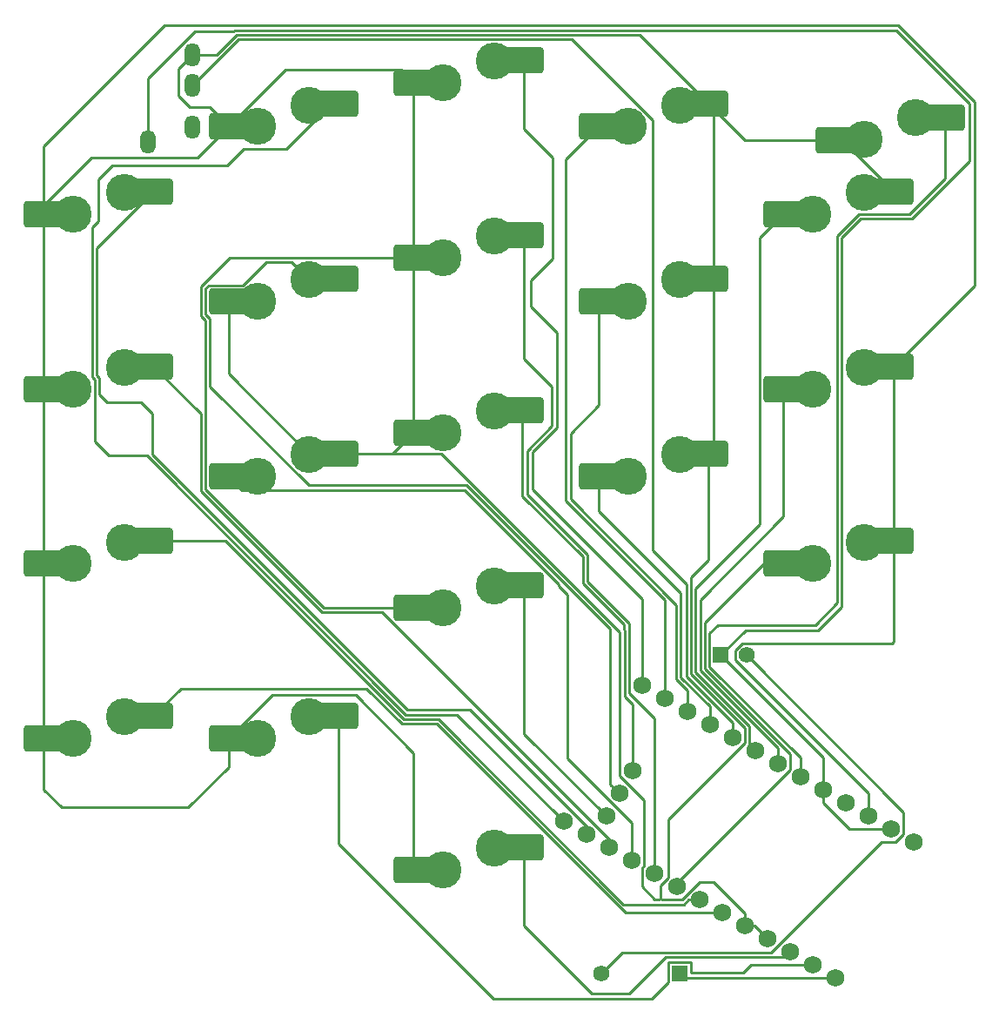
<source format=gbr>
%TF.GenerationSoftware,KiCad,Pcbnew,7.0.9-7.0.9~ubuntu22.04.1*%
%TF.CreationDate,2025-04-09T21:57:23+03:00*%
%TF.ProjectId,Keeb,4b656562-2e6b-4696-9361-645f70636258,rev?*%
%TF.SameCoordinates,Original*%
%TF.FileFunction,Copper,L1,Top*%
%TF.FilePolarity,Positive*%
%FSLAX46Y46*%
G04 Gerber Fmt 4.6, Leading zero omitted, Abs format (unit mm)*
G04 Created by KiCad (PCBNEW 7.0.9-7.0.9~ubuntu22.04.1) date 2025-04-09 21:57:23*
%MOMM*%
%LPD*%
G01*
G04 APERTURE LIST*
G04 Aperture macros list*
%AMRoundRect*
0 Rectangle with rounded corners*
0 $1 Rounding radius*
0 $2 $3 $4 $5 $6 $7 $8 $9 X,Y pos of 4 corners*
0 Add a 4 corners polygon primitive as box body*
4,1,4,$2,$3,$4,$5,$6,$7,$8,$9,$2,$3,0*
0 Add four circle primitives for the rounded corners*
1,1,$1+$1,$2,$3*
1,1,$1+$1,$4,$5*
1,1,$1+$1,$6,$7*
1,1,$1+$1,$8,$9*
0 Add four rect primitives between the rounded corners*
20,1,$1+$1,$2,$3,$4,$5,0*
20,1,$1+$1,$4,$5,$6,$7,0*
20,1,$1+$1,$6,$7,$8,$9,0*
20,1,$1+$1,$8,$9,$2,$3,0*%
G04 Aperture macros list end*
%TA.AperFunction,ComponentPad*%
%ADD10C,1.752600*%
%TD*%
%TA.AperFunction,ComponentPad*%
%ADD11O,1.500000X2.300000*%
%TD*%
%TA.AperFunction,ComponentPad*%
%ADD12R,1.580000X1.580000*%
%TD*%
%TA.AperFunction,ComponentPad*%
%ADD13C,1.580000*%
%TD*%
%TA.AperFunction,ComponentPad*%
%ADD14R,1.575000X1.575000*%
%TD*%
%TA.AperFunction,ComponentPad*%
%ADD15C,1.575000*%
%TD*%
%TA.AperFunction,SMDPad,CuDef*%
%ADD16RoundRect,0.250000X1.675000X1.000000X-1.675000X1.000000X-1.675000X-1.000000X1.675000X-1.000000X0*%
%TD*%
%TA.AperFunction,ComponentPad*%
%ADD17C,3.600000*%
%TD*%
%TA.AperFunction,SMDPad,CuDef*%
%ADD18RoundRect,0.250000X-1.675000X-1.000000X1.675000X-1.000000X1.675000X1.000000X-1.675000X1.000000X0*%
%TD*%
%TA.AperFunction,Conductor*%
%ADD19C,0.250000*%
%TD*%
G04 APERTURE END LIST*
D10*
%TO.P,U3,1,TX0/P0.06*%
%TO.N,1*%
X181178375Y-125547058D03*
%TO.P,U3,2,RX1/P0.08*%
%TO.N,2*%
X178978670Y-124277058D03*
%TO.P,U3,3,GND*%
%TO.N,GND*%
X176778966Y-123007058D03*
%TO.P,U3,4,GND*%
X174579261Y-121737058D03*
%TO.P,U3,5,P0.17*%
%TO.N,3*%
X172379557Y-120467058D03*
%TO.P,U3,6,P0.20*%
%TO.N,4*%
X170179852Y-119197058D03*
%TO.P,U3,7,P0.22*%
%TO.N,5*%
X167980148Y-117927058D03*
%TO.P,U3,8,P0.24*%
%TO.N,6*%
X165780443Y-116657058D03*
%TO.P,U3,9,P1.00*%
%TO.N,7*%
X163580739Y-115387058D03*
%TO.P,U3,10,P0.11*%
%TO.N,8*%
X161381034Y-114117058D03*
%TO.P,U3,11,P1.04*%
%TO.N,9*%
X159181330Y-112847058D03*
%TO.P,U3,12,P1.06*%
%TO.N,10*%
X156981625Y-111577058D03*
%TO.P,U3,13,NFC1/P0.09*%
%TO.N,14*%
X164601625Y-98378830D03*
%TO.P,U3,14,NFC2/P0.10*%
%TO.N,15*%
X166801330Y-99648830D03*
%TO.P,U3,15,P1.11*%
%TO.N,16*%
X169001034Y-100918830D03*
%TO.P,U3,16,P1.13*%
%TO.N,17*%
X171200739Y-102188830D03*
%TO.P,U3,17,P1.15*%
%TO.N,18*%
X173400443Y-103458830D03*
%TO.P,U3,18,AIN0/P0.02*%
%TO.N,19*%
X175600148Y-104728830D03*
%TO.P,U3,19,AIN5/P0.29*%
%TO.N,20*%
X177799852Y-105998830D03*
%TO.P,U3,20,AIN7/P0.31*%
%TO.N,21*%
X179999557Y-107268830D03*
%TO.P,U3,21,VCC*%
%TO.N,3v3*%
X182199261Y-108538830D03*
%TO.P,U3,22,RST*%
%TO.N,RST*%
X184398966Y-109808830D03*
%TO.P,U3,23,GND*%
%TO.N,GND*%
X186598670Y-111078830D03*
%TO.P,U3,24,BATIN/P0.04*%
%TO.N,3v3*%
X188798375Y-112348830D03*
%TO.P,U3,25,B+*%
%TO.N,unconnected-(U3-B+-Pad25)*%
X190998079Y-113618830D03*
%TO.P,U3,26,B-*%
%TO.N,B-*%
X183378079Y-126817058D03*
%TO.P,U3,31,P1.01*%
%TO.N,11*%
X161111241Y-111028353D03*
%TO.P,U3,32,P1.02*%
%TO.N,12*%
X162381241Y-108828649D03*
%TO.P,U3,33,P1.07*%
%TO.N,13*%
X163651241Y-106628944D03*
%TD*%
D11*
%TO.P,J1,1,A*%
%TO.N,3v3*%
X116525000Y-45542944D03*
%TO.P,J1,2,B*%
%TO.N,GND*%
X120825000Y-37042944D03*
%TO.P,J1,3,C*%
%TO.N,18*%
X120825000Y-40042944D03*
%TO.P,J1,4,D*%
%TO.N,unconnected-(J1-D-Pad4)*%
X120825000Y-44042944D03*
%TD*%
D12*
%TO.P,S1,1A*%
%TO.N,B-*%
X168235000Y-126337944D03*
D13*
%TO.P,S1,1B*%
%TO.N,Net-(J2-Pad2)*%
X160615000Y-126337944D03*
%TD*%
D14*
%TO.P,J2,1,1*%
%TO.N,3v3*%
X172275000Y-95417944D03*
D15*
%TO.P,J2,2,2*%
%TO.N,Net-(J2-Pad2)*%
X174775000Y-95417944D03*
%TD*%
D16*
%TO.P,SW3,1*%
%TO.N,GND*%
X189075000Y-50317944D03*
D17*
X186225000Y-50417944D03*
%TO.P,SW3,2*%
%TO.N,19*%
X181225000Y-52517944D03*
D16*
X178375000Y-52517944D03*
%TD*%
%TO.P,SW4,1*%
%TO.N,GND*%
X189075000Y-67317944D03*
D17*
X186225000Y-67417944D03*
%TO.P,SW4,2*%
%TO.N,20*%
X181225000Y-69517944D03*
D16*
X178375000Y-69517944D03*
%TD*%
%TO.P,SW5,1*%
%TO.N,GND*%
X189075000Y-84317944D03*
D17*
X186225000Y-84417944D03*
%TO.P,SW5,2*%
%TO.N,5*%
X181225000Y-86517944D03*
D16*
X178375000Y-86517944D03*
%TD*%
%TO.P,SW6,1*%
%TO.N,GND*%
X171075000Y-41817944D03*
D17*
X168225000Y-41917944D03*
%TO.P,SW6,2*%
%TO.N,15*%
X163225000Y-44017944D03*
D16*
X160375000Y-44017944D03*
%TD*%
%TO.P,SW7,1*%
%TO.N,GND*%
X171075000Y-58817944D03*
D17*
X168225000Y-58917944D03*
%TO.P,SW7,2*%
%TO.N,16*%
X163225000Y-61017944D03*
D16*
X160375000Y-61017944D03*
%TD*%
%TO.P,SW8,1*%
%TO.N,GND*%
X171075000Y-75817944D03*
D17*
X168225000Y-75917944D03*
%TO.P,SW8,2*%
%TO.N,17*%
X163225000Y-78017944D03*
D16*
X160375000Y-78017944D03*
%TD*%
%TO.P,SW9,1*%
%TO.N,14*%
X153075000Y-37567944D03*
D17*
X150225000Y-37667944D03*
%TO.P,SW9,2*%
%TO.N,GND*%
X145225000Y-39767944D03*
D16*
X142375000Y-39767944D03*
%TD*%
%TO.P,SW10,1*%
%TO.N,6*%
X153075000Y-54567944D03*
D17*
X150225000Y-54667944D03*
%TO.P,SW10,2*%
%TO.N,GND*%
X145225000Y-56767944D03*
D16*
X142375000Y-56767944D03*
%TD*%
%TO.P,SW11,1*%
%TO.N,13*%
X153075000Y-71567944D03*
D17*
X150225000Y-71667944D03*
%TO.P,SW11,2*%
%TO.N,GND*%
X145225000Y-73767944D03*
D16*
X142375000Y-73767944D03*
%TD*%
%TO.P,SW13,1*%
%TO.N,10*%
X135075000Y-41817944D03*
D17*
X132225000Y-41917944D03*
%TO.P,SW13,2*%
%TO.N,GND*%
X127225000Y-44017944D03*
D16*
X124375000Y-44017944D03*
%TD*%
%TO.P,SW14,1*%
%TO.N,12*%
X135075000Y-58817944D03*
D17*
X132225000Y-58917944D03*
%TO.P,SW14,2*%
%TO.N,GND*%
X127225000Y-61017944D03*
D16*
X124375000Y-61017944D03*
%TD*%
%TO.P,SW15,1*%
%TO.N,GND*%
X135075000Y-75817944D03*
D17*
X132225000Y-75917944D03*
%TO.P,SW15,2*%
%TO.N,7*%
X127225000Y-78017944D03*
D16*
X124375000Y-78017944D03*
%TD*%
%TO.P,SW16,1*%
%TO.N,1*%
X135075000Y-101317944D03*
D17*
X132225000Y-101417944D03*
%TO.P,SW16,2*%
%TO.N,GND*%
X127225000Y-103517944D03*
D16*
X124375000Y-103517944D03*
%TD*%
%TO.P,SW17,1*%
%TO.N,9*%
X117075000Y-50317944D03*
D17*
X114225000Y-50417944D03*
%TO.P,SW17,2*%
%TO.N,GND*%
X109225000Y-52517944D03*
D16*
X106375000Y-52517944D03*
%TD*%
%TO.P,SW18,1*%
%TO.N,8*%
X117075000Y-67317944D03*
D17*
X114225000Y-67417944D03*
%TO.P,SW18,2*%
%TO.N,GND*%
X109225000Y-69517944D03*
D16*
X106375000Y-69517944D03*
%TD*%
%TO.P,SW19,1*%
%TO.N,4*%
X117075000Y-84317944D03*
D17*
X114225000Y-84417944D03*
%TO.P,SW19,2*%
%TO.N,GND*%
X109225000Y-86517944D03*
D16*
X106375000Y-86517944D03*
%TD*%
%TO.P,SW20,1*%
%TO.N,3*%
X117075000Y-101317944D03*
D17*
X114225000Y-101417944D03*
%TO.P,SW20,2*%
%TO.N,GND*%
X109225000Y-103517944D03*
D16*
X106375000Y-103517944D03*
%TD*%
%TO.P,SW1,1*%
%TO.N,2*%
X153075000Y-114067944D03*
D17*
X150225000Y-114167944D03*
%TO.P,SW1,2*%
%TO.N,GND*%
X145225000Y-116267944D03*
D16*
X142375000Y-116267944D03*
%TD*%
D18*
%TO.P,SW12,1*%
%TO.N,GND*%
X183375000Y-45317944D03*
D17*
X186225000Y-45217944D03*
%TO.P,SW12,2*%
%TO.N,21*%
X191225000Y-43117944D03*
D18*
X194075000Y-43117944D03*
%TD*%
D16*
%TO.P,SW2,1*%
%TO.N,11*%
X153075000Y-88567944D03*
D17*
X150225000Y-88667944D03*
%TO.P,SW2,2*%
%TO.N,GND*%
X145225000Y-90767944D03*
D16*
X142375000Y-90767944D03*
%TD*%
D19*
%TO.N,GND*%
X166410000Y-119040000D02*
X166498358Y-119128358D01*
X166498358Y-119128358D02*
X168549657Y-119128358D01*
X168549657Y-119128358D02*
X170198015Y-117480000D01*
X170198015Y-117480000D02*
X171561478Y-117480000D01*
X171561478Y-117480000D02*
X174579261Y-120497783D01*
X174579261Y-120497783D02*
X174579261Y-121737058D01*
X135075000Y-75817944D02*
X145092892Y-75817944D01*
X145092892Y-75817944D02*
X162440000Y-93165052D01*
X164809303Y-115857389D02*
X164579143Y-116087549D01*
X162440000Y-93165052D02*
X162440000Y-107116598D01*
X164579143Y-116087549D02*
X164579143Y-117879143D01*
X162440000Y-107116598D02*
X164809303Y-109485901D01*
X164579143Y-117879143D02*
X165828358Y-119128358D01*
X164809303Y-109485901D02*
X164809303Y-115857389D01*
X165828358Y-119128358D02*
X166321642Y-119128358D01*
X166321642Y-119128358D02*
X166410000Y-119040000D01*
%TO.N,6*%
X153410000Y-75540000D02*
X155830000Y-73120000D01*
%TO.N,12*%
X162381241Y-108828649D02*
X161504941Y-107952349D01*
X122454900Y-59442944D02*
X125794796Y-59442944D01*
X161504941Y-92866389D02*
X147531496Y-78892944D01*
X130525000Y-57217944D02*
X132225000Y-58917944D01*
%TO.N,6*%
X153075000Y-66585000D02*
X153075000Y-54567944D01*
%TO.N,12*%
X122125000Y-59772844D02*
X122454900Y-59442944D01*
X128019796Y-57217944D02*
X130525000Y-57217944D01*
%TO.N,13*%
X163651241Y-100194845D02*
X162890000Y-99433604D01*
%TO.N,6*%
X159270000Y-88257208D02*
X159270000Y-85640000D01*
%TO.N,12*%
X122575000Y-62713044D02*
X122125000Y-62263044D01*
%TO.N,13*%
X158820000Y-88443604D02*
X158820000Y-85826396D01*
%TO.N,6*%
X155830000Y-73120000D02*
X155830000Y-69340000D01*
X165780443Y-116657058D02*
X165780443Y-101543387D01*
X155830000Y-69340000D02*
X153075000Y-66585000D01*
X153410000Y-79780000D02*
X153410000Y-75540000D01*
%TO.N,13*%
X158820000Y-85826396D02*
X152960000Y-79966396D01*
%TO.N,6*%
X159270000Y-85640000D02*
X153410000Y-79780000D01*
%TO.N,12*%
X161504941Y-107952349D02*
X161504941Y-92866389D01*
%TO.N,6*%
X165780443Y-101543387D02*
X163340000Y-99102944D01*
%TO.N,12*%
X125794796Y-59442944D02*
X128019796Y-57217944D01*
%TO.N,13*%
X162831241Y-92919897D02*
X162831241Y-92454845D01*
%TO.N,6*%
X163340000Y-92327208D02*
X159270000Y-88257208D01*
%TO.N,13*%
X152960000Y-71682944D02*
X153075000Y-71567944D01*
%TO.N,6*%
X163340000Y-99102944D02*
X163340000Y-92327208D01*
%TO.N,13*%
X152960000Y-79966396D02*
X152960000Y-71682944D01*
X162890000Y-92978656D02*
X162831241Y-92919897D01*
%TO.N,12*%
X132194796Y-78892944D02*
X122575000Y-69273148D01*
%TO.N,13*%
X162831241Y-92454845D02*
X158820000Y-88443604D01*
X163651241Y-106628944D02*
X163651241Y-100194845D01*
%TO.N,12*%
X122125000Y-62263044D02*
X122125000Y-59772844D01*
X122575000Y-69273148D02*
X122575000Y-62713044D01*
%TO.N,13*%
X162890000Y-99433604D02*
X162890000Y-92978656D01*
%TO.N,12*%
X147531496Y-78892944D02*
X132194796Y-78892944D01*
%TO.N,8*%
X121675000Y-79449440D02*
X133443504Y-91217944D01*
X161381034Y-113291034D02*
X161381034Y-114117058D01*
%TO.N,GND*%
X122125000Y-62899440D02*
X121650000Y-62424440D01*
X122125000Y-79263044D02*
X122125000Y-62899440D01*
%TO.N,8*%
X133443504Y-91217944D02*
X139307944Y-91217944D01*
X139307944Y-91217944D02*
X161381034Y-113291034D01*
X121675000Y-71917944D02*
X121675000Y-79449440D01*
X117075000Y-67317944D02*
X121675000Y-71917944D01*
%TO.N,GND*%
X142375000Y-90767944D02*
X133629900Y-90767944D01*
X133629900Y-90767944D02*
X122125000Y-79263044D01*
X121650000Y-62424440D02*
X121650000Y-59580000D01*
X121650000Y-59580000D02*
X124462056Y-56767944D01*
X124462056Y-56767944D02*
X142375000Y-56767944D01*
%TO.N,7*%
X156410000Y-88407844D02*
X147345100Y-79342944D01*
X157320000Y-89526396D02*
X156480000Y-88686396D01*
X156410000Y-88426396D02*
X156410000Y-88407844D01*
X156480000Y-88496396D02*
X156410000Y-88426396D01*
X156480000Y-88686396D02*
X156480000Y-88496396D01*
X147345100Y-79342944D02*
X125700000Y-79342944D01*
X157320000Y-105466303D02*
X157320000Y-89526396D01*
X163580739Y-111727042D02*
X157320000Y-105466303D01*
X163580739Y-115387058D02*
X163580739Y-111727042D01*
X125700000Y-79342944D02*
X124375000Y-78017944D01*
%TO.N,GND*%
X166410000Y-117798311D02*
X166410000Y-119040000D01*
%TO.N,4*%
X141424264Y-101650000D02*
X124092208Y-84317944D01*
X168676467Y-119637944D02*
X162776496Y-119637944D01*
X144788552Y-101650000D02*
X141424264Y-101650000D01*
X169117353Y-119197058D02*
X168676467Y-119637944D01*
X170179852Y-119197058D02*
X169117353Y-119197058D01*
X124092208Y-84317944D02*
X117075000Y-84317944D01*
%TO.N,3*%
X162969214Y-120467058D02*
X172379557Y-120467058D01*
X144602156Y-102100000D02*
X162969214Y-120467058D01*
X137785812Y-98647944D02*
X141237868Y-102100000D01*
%TO.N,4*%
X162776496Y-119637944D02*
X144788552Y-101650000D01*
%TO.N,3*%
X141237868Y-102100000D02*
X144602156Y-102100000D01*
X119745000Y-98647944D02*
X137785812Y-98647944D01*
X117075000Y-101317944D02*
X119745000Y-98647944D01*
%TO.N,GND*%
X169362500Y-97276028D02*
X174601743Y-102515271D01*
X171075000Y-86125000D02*
X169362500Y-87837500D01*
X171075000Y-75817944D02*
X171075000Y-86125000D01*
X167140000Y-111420000D02*
X167140000Y-117068311D01*
X174601743Y-102515271D02*
X174601743Y-103958257D01*
X174601743Y-103958257D02*
X167140000Y-111420000D01*
X167140000Y-117068311D02*
X166410000Y-117798311D01*
X169362500Y-87837500D02*
X169362500Y-97276028D01*
%TO.N,11*%
X161111241Y-111028353D02*
X153125000Y-103042112D01*
X153125000Y-103042112D02*
X153125000Y-88617944D01*
X153125000Y-88617944D02*
X153075000Y-88567944D01*
%TO.N,9*%
X117075000Y-50317944D02*
X111565000Y-55827944D01*
X111800000Y-68451344D02*
X111800000Y-70096396D01*
X111565000Y-55827944D02*
X111565000Y-68216344D01*
X115818275Y-70810000D02*
X116920000Y-71911725D01*
X111565000Y-68216344D02*
X111800000Y-68451344D01*
X141797056Y-100750000D02*
X147853462Y-100750000D01*
X111800000Y-70096396D02*
X112513604Y-70810000D01*
X112513604Y-70810000D02*
X115818275Y-70810000D01*
X116920000Y-71911725D02*
X116920000Y-75872944D01*
X147853462Y-100750000D02*
X159181330Y-112077868D01*
X116920000Y-75872944D02*
X141797056Y-100750000D01*
X159181330Y-112077868D02*
X159181330Y-112847058D01*
%TO.N,10*%
X125830000Y-46220000D02*
X130010000Y-46220000D01*
X112697056Y-76000000D02*
X111325000Y-74627944D01*
X111730000Y-49160000D02*
X113082056Y-47807944D01*
X113082056Y-47807944D02*
X124242056Y-47807944D01*
X130010000Y-46220000D02*
X134412056Y-41817944D01*
X111730000Y-53192944D02*
X111730000Y-49160000D01*
X111325000Y-74627944D02*
X111325000Y-70423148D01*
X116410660Y-76000000D02*
X112697056Y-76000000D01*
X134412056Y-41817944D02*
X135075000Y-41817944D01*
X111115000Y-68402740D02*
X111115000Y-53807944D01*
X141610660Y-101200000D02*
X116410660Y-76000000D01*
X111325000Y-70423148D02*
X111350000Y-70398148D01*
X124242056Y-47807944D02*
X125830000Y-46220000D01*
X111350000Y-68637740D02*
X111115000Y-68402740D01*
X146604567Y-101200000D02*
X141610660Y-101200000D01*
X111350000Y-70398148D02*
X111350000Y-68637740D01*
X156981625Y-111577058D02*
X146604567Y-101200000D01*
X111115000Y-53807944D02*
X111730000Y-53192944D01*
%TO.N,16*%
X167910000Y-90510812D02*
X167910000Y-97770000D01*
X160375000Y-61017944D02*
X160375000Y-71115000D01*
X157640000Y-73850000D02*
X157640000Y-80240812D01*
X160375000Y-71115000D02*
X157640000Y-73850000D01*
X157640000Y-80240812D02*
X167910000Y-90510812D01*
X169001034Y-98861034D02*
X169001034Y-100918830D01*
X167910000Y-97770000D02*
X169001034Y-98861034D01*
%TO.N,17*%
X168360000Y-97546320D02*
X168360000Y-89382944D01*
X171200739Y-102188830D02*
X171200739Y-100387059D01*
X160375000Y-81397944D02*
X160375000Y-78017944D01*
X171200739Y-100387059D02*
X168360000Y-97546320D01*
X168360000Y-89382944D02*
X160375000Y-81397944D01*
%TO.N,18*%
X173400443Y-103458830D02*
X173400443Y-101950367D01*
X125325000Y-35542944D02*
X120825000Y-40042944D01*
X173400443Y-101950367D02*
X168912500Y-97462424D01*
X165624390Y-43377334D02*
X157790000Y-35542944D01*
X168912500Y-88512500D02*
X165624390Y-85224390D01*
X168912500Y-97462424D02*
X168912500Y-88512500D01*
X165624390Y-85224390D02*
X165624390Y-43377334D01*
X157790000Y-35542944D02*
X125325000Y-35542944D01*
%TO.N,19*%
X175051743Y-104180425D02*
X175051743Y-102328875D01*
X175600148Y-104728830D02*
X175051743Y-104180425D01*
X176035000Y-54857944D02*
X178375000Y-52517944D01*
X169812500Y-97089632D02*
X169812500Y-88917500D01*
X176035000Y-82695000D02*
X176035000Y-54857944D01*
X175051743Y-102328875D02*
X169812500Y-97089632D01*
X169812500Y-88917500D02*
X176035000Y-82695000D01*
%TO.N,20*%
X177799852Y-104440588D02*
X177799852Y-105998830D01*
X178375000Y-69517944D02*
X178375000Y-81935000D01*
X178375000Y-81935000D02*
X170262500Y-90047500D01*
X170262500Y-96903236D02*
X177799852Y-104440588D01*
X170262500Y-90047500D02*
X170262500Y-96903236D01*
%TO.N,21*%
X194075000Y-49067944D02*
X194075000Y-43117944D01*
X179999557Y-107268830D02*
X179999557Y-105367501D01*
X190602944Y-52540000D02*
X194075000Y-49067944D01*
X183574390Y-54659214D02*
X185690660Y-52542944D01*
X171162500Y-96530444D02*
X171162500Y-93267500D01*
X179999557Y-105367501D02*
X171162500Y-96530444D01*
X187105204Y-52542944D02*
X187108148Y-52540000D01*
X171162500Y-93267500D02*
X171970000Y-92460000D01*
X181430000Y-92460000D02*
X183574390Y-90315610D01*
X185690660Y-52542944D02*
X187105204Y-52542944D01*
X171970000Y-92460000D02*
X181430000Y-92460000D01*
X183574390Y-90315610D02*
X183574390Y-54659214D01*
X187108148Y-52540000D02*
X190602944Y-52540000D01*
%TO.N,GND*%
X171075000Y-58817944D02*
X171600000Y-59342944D01*
X122517056Y-42160000D02*
X120590000Y-42160000D01*
X106375000Y-52517944D02*
X106375000Y-69517944D01*
X123188604Y-37042944D02*
X120825000Y-37042944D01*
X142375000Y-56767944D02*
X142375000Y-73767944D01*
X183375000Y-45317944D02*
X174575000Y-45317944D01*
X108107944Y-110217944D02*
X106375000Y-108485000D01*
X189125000Y-84367944D02*
X189075000Y-84317944D01*
X106375000Y-69517944D02*
X106375000Y-86517944D01*
X118117056Y-34192944D02*
X106375000Y-45935000D01*
X174314187Y-94305444D02*
X180538719Y-94305444D01*
X106375000Y-108485000D02*
X106375000Y-103517944D01*
X189075000Y-50317944D02*
X184075000Y-45317944D01*
X171600000Y-75292944D02*
X171075000Y-75817944D01*
X186598670Y-108814927D02*
X173662500Y-95878757D01*
X175508966Y-121737058D02*
X174579261Y-121737058D01*
X124375000Y-103517944D02*
X128600000Y-99292944D01*
X142375000Y-39767944D02*
X141125000Y-38517944D01*
X106375000Y-51685000D02*
X111042056Y-47017944D01*
X164350000Y-35092944D02*
X125138604Y-35092944D01*
X186598670Y-111078830D02*
X186598670Y-108814927D01*
X171600000Y-59342944D02*
X171600000Y-75292944D01*
X120590000Y-42160000D02*
X119460000Y-41030000D01*
X173662500Y-94957131D02*
X174314187Y-94305444D01*
X142375000Y-104917944D02*
X142375000Y-116267944D01*
X111042056Y-47017944D02*
X121375000Y-47017944D01*
X176778966Y-123007058D02*
X175508966Y-121737058D01*
X189125000Y-84267944D02*
X189125000Y-67367944D01*
X124375000Y-68067944D02*
X132225000Y-75917944D01*
X188950000Y-94310000D02*
X189125000Y-94135000D01*
X196940000Y-59452944D02*
X196940000Y-41633604D01*
X174575000Y-45317944D02*
X171075000Y-41817944D01*
X189125000Y-67367944D02*
X189075000Y-67317944D01*
X171600000Y-58292944D02*
X171075000Y-58817944D01*
X121375000Y-47017944D02*
X124375000Y-44017944D01*
X120422056Y-110217944D02*
X108107944Y-110217944D01*
X124375000Y-44017944D02*
X122517056Y-42160000D01*
X106375000Y-86517944D02*
X106375000Y-103517944D01*
X142375000Y-56767944D02*
X142375000Y-39767944D01*
X171075000Y-41817944D02*
X171600000Y-42342944D01*
X180538719Y-94305444D02*
X180543275Y-94310000D01*
X128600000Y-99292944D02*
X136750000Y-99292944D01*
X173662500Y-95878757D02*
X173662500Y-94957131D01*
X106375000Y-45935000D02*
X106375000Y-52517944D01*
X196940000Y-41633604D02*
X189499340Y-34192944D01*
X124375000Y-106265000D02*
X120422056Y-110217944D01*
X135075000Y-75817944D02*
X140325000Y-75817944D01*
X141125000Y-38517944D02*
X129875000Y-38517944D01*
X171600000Y-42342944D02*
X171600000Y-58292944D01*
X189075000Y-67317944D02*
X196940000Y-59452944D01*
X184075000Y-45317944D02*
X183375000Y-45317944D01*
X119460000Y-38407944D02*
X120825000Y-37042944D01*
X106375000Y-52517944D02*
X106375000Y-51685000D01*
X136750000Y-99292944D02*
X142375000Y-104917944D01*
X180543275Y-94310000D02*
X188950000Y-94310000D01*
X129875000Y-38517944D02*
X124375000Y-44017944D01*
X189499340Y-34192944D02*
X118117056Y-34192944D01*
X124375000Y-103517944D02*
X124375000Y-106265000D01*
X119460000Y-41030000D02*
X119460000Y-38407944D01*
X189075000Y-84317944D02*
X189125000Y-84267944D01*
X125138604Y-35092944D02*
X123188604Y-37042944D01*
X171075000Y-41817944D02*
X164350000Y-35092944D01*
X189125000Y-94135000D02*
X189125000Y-84367944D01*
X124375000Y-61017944D02*
X124375000Y-68067944D01*
X140325000Y-75817944D02*
X142375000Y-73767944D01*
%TO.N,3v3*%
X187294544Y-52990000D02*
X190862944Y-52990000D01*
X116525000Y-39307944D02*
X116525000Y-45542944D01*
X124952208Y-34642944D02*
X124835152Y-34760000D01*
X196490000Y-47362944D02*
X196490000Y-41820000D01*
X189312944Y-34642944D02*
X124952208Y-34642944D01*
X184034390Y-54835610D02*
X185877056Y-52992944D01*
X181720000Y-93030000D02*
X184024390Y-90725610D01*
X185877056Y-52992944D02*
X187291600Y-52992944D01*
X190862944Y-52990000D02*
X196490000Y-47362944D01*
X196490000Y-41820000D02*
X189312944Y-34642944D01*
X182199261Y-109778105D02*
X182199261Y-108538830D01*
X184034390Y-71407335D02*
X184034390Y-54835610D01*
X184024390Y-90725610D02*
X184024390Y-71417335D01*
X124835152Y-34760000D02*
X121072944Y-34760000D01*
X182199261Y-105342205D02*
X172275000Y-95417944D01*
X174662944Y-93030000D02*
X181720000Y-93030000D01*
X187291600Y-52992944D02*
X187294544Y-52990000D01*
X184024390Y-71417335D02*
X184034390Y-71407335D01*
X121072944Y-34760000D02*
X116525000Y-39307944D01*
X182199261Y-108538830D02*
X182199261Y-105342205D01*
X188798375Y-112348830D02*
X184769986Y-112348830D01*
X172275000Y-95417944D02*
X174662944Y-93030000D01*
X184769986Y-112348830D02*
X182199261Y-109778105D01*
%TO.N,1*%
X150130000Y-128780000D02*
X165577944Y-128780000D01*
X175165734Y-125547058D02*
X181178375Y-125547058D01*
X135075000Y-101317944D02*
X135075000Y-113725000D01*
X167120000Y-125222944D02*
X169350000Y-125222944D01*
X169350000Y-126298358D02*
X174414434Y-126298358D01*
X169350000Y-125222944D02*
X169350000Y-126298358D01*
X174414434Y-126298358D02*
X175165734Y-125547058D01*
X165577944Y-128780000D02*
X167120000Y-127237944D01*
X167120000Y-127237944D02*
X167120000Y-125222944D01*
X135075000Y-113725000D02*
X150130000Y-128780000D01*
%TO.N,2*%
X163376548Y-128330000D02*
X166933604Y-124772944D01*
X159730000Y-128330000D02*
X163376548Y-128330000D01*
X153075000Y-114067944D02*
X153075000Y-121675000D01*
X153075000Y-121675000D02*
X159730000Y-128330000D01*
X178482784Y-124772944D02*
X178978670Y-124277058D01*
X166933604Y-124772944D02*
X178482784Y-124772944D01*
%TO.N,15*%
X160375000Y-44017944D02*
X157190000Y-47202944D01*
X157190000Y-47202944D02*
X157190000Y-80427208D01*
X166801330Y-90038538D02*
X166801330Y-99648830D01*
X157190000Y-80427208D02*
X166801330Y-90038538D01*
%TO.N,14*%
X153740000Y-61500000D02*
X153740000Y-58970000D01*
X153910000Y-79260000D02*
X153910000Y-75676396D01*
X155890000Y-47070000D02*
X153075000Y-44255000D01*
X156280000Y-73306396D02*
X156280000Y-64040000D01*
X164601625Y-98378830D02*
X164601625Y-89951625D01*
X156280000Y-64040000D02*
X153740000Y-61500000D01*
X153075000Y-44255000D02*
X153075000Y-37567944D01*
X153740000Y-58970000D02*
X155890000Y-56820000D01*
X153910000Y-75676396D02*
X156280000Y-73306396D01*
X164601625Y-89951625D02*
X153910000Y-79260000D01*
X155890000Y-56820000D02*
X155890000Y-47070000D01*
%TO.N,7*%
X127225000Y-78017944D02*
X124375000Y-78017944D01*
%TO.N,5*%
X170712500Y-92255444D02*
X170712500Y-96716840D01*
X178375000Y-86517944D02*
X176450000Y-86517944D01*
X179001152Y-106581792D02*
X167980148Y-117602796D01*
X179001152Y-105005492D02*
X179001152Y-106581792D01*
X170712500Y-96716840D02*
X179001152Y-105005492D01*
X167980148Y-117602796D02*
X167980148Y-117927058D01*
X176450000Y-86517944D02*
X170712500Y-92255444D01*
%TO.N,Net-(J2-Pad2)*%
X162630000Y-124322944D02*
X177167056Y-124322944D01*
X177167056Y-124322944D02*
X187939870Y-113550130D01*
X189295970Y-113550130D02*
X190060000Y-112786100D01*
X160615000Y-126337944D02*
X162630000Y-124322944D01*
X190060000Y-112786100D02*
X190060000Y-110702944D01*
X187939870Y-113550130D02*
X189295970Y-113550130D01*
X190060000Y-110702944D02*
X174775000Y-95417944D01*
%TO.N,B-*%
X168714114Y-126817058D02*
X168235000Y-126337944D01*
X183378079Y-126817058D02*
X168714114Y-126817058D01*
%TD*%
M02*

</source>
